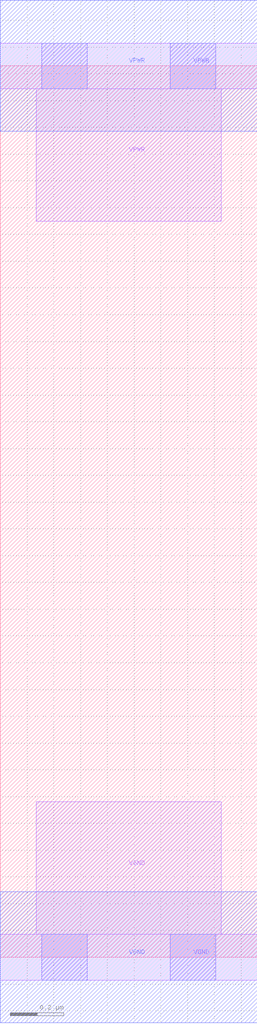
<source format=lef>
# Copyright 2020 The SkyWater PDK Authors
#
# Licensed under the Apache License, Version 2.0 (the "License");
# you may not use this file except in compliance with the License.
# You may obtain a copy of the License at
#
#     https://www.apache.org/licenses/LICENSE-2.0
#
# Unless required by applicable law or agreed to in writing, software
# distributed under the License is distributed on an "AS IS" BASIS,
# WITHOUT WARRANTIES OR CONDITIONS OF ANY KIND, either express or implied.
# See the License for the specific language governing permissions and
# limitations under the License.
#
# SPDX-License-Identifier: Apache-2.0

VERSION 5.7 ;
  NAMESCASESENSITIVE ON ;
  NOWIREEXTENSIONATPIN ON ;
  DIVIDERCHAR "/" ;
  BUSBITCHARS "[]" ;
UNITS
  DATABASE MICRONS 200 ;
END UNITS
MACRO sky130_fd_sc_hs__fill_diode_2
  CLASS CORE ;
  SOURCE USER ;
  FOREIGN sky130_fd_sc_hs__fill_diode_2 ;
  ORIGIN  0.000000  0.000000 ;
  SIZE  0.960000 BY  3.330000 ;
  SYMMETRY X Y ;
  SITE unit ;
  PIN VGND
    DIRECTION INOUT ;
    USE GROUND ;
    PORT
      LAYER li1 ;
        RECT 0.000000 -0.085000 0.960000 0.085000 ;
        RECT 0.135000  0.085000 0.825000 0.580000 ;
      LAYER mcon ;
        RECT 0.155000 -0.085000 0.325000 0.085000 ;
        RECT 0.635000 -0.085000 0.805000 0.085000 ;
      LAYER met1 ;
        RECT 0.000000 -0.245000 0.960000 0.245000 ;
    END
  END VGND
  PIN VPWR
    DIRECTION INOUT ;
    USE POWER ;
    PORT
      LAYER li1 ;
        RECT 0.000000 3.245000 0.960000 3.415000 ;
        RECT 0.135000 2.750000 0.825000 3.245000 ;
      LAYER mcon ;
        RECT 0.155000 3.245000 0.325000 3.415000 ;
        RECT 0.635000 3.245000 0.805000 3.415000 ;
      LAYER met1 ;
        RECT 0.000000 3.085000 0.960000 3.575000 ;
    END
  END VPWR
END sky130_fd_sc_hs__fill_diode_2

</source>
